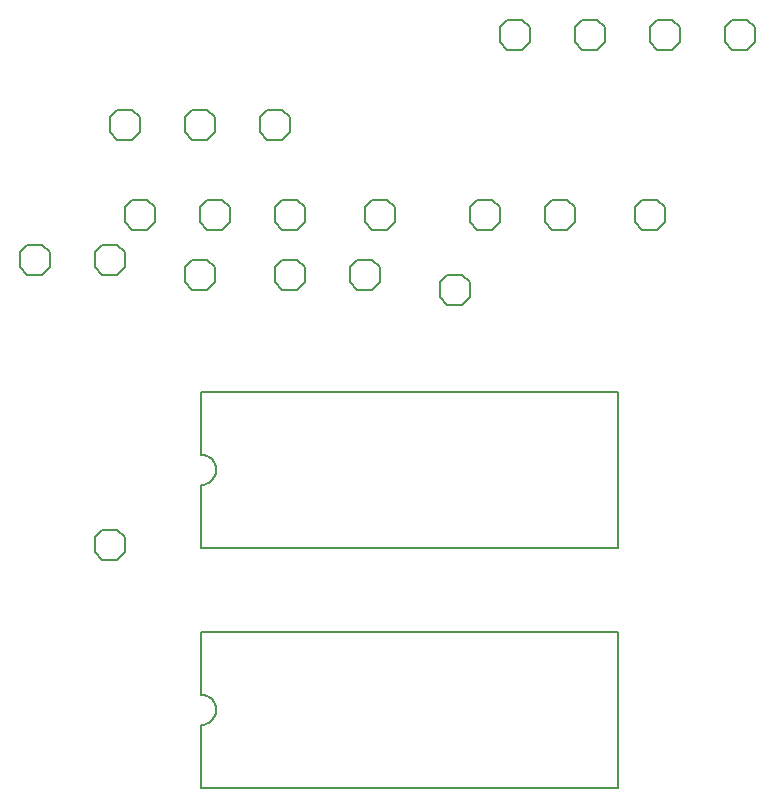
<source format=gto>
G75*
G70*
%OFA0B0*%
%FSLAX24Y24*%
%IPPOS*%
%LPD*%
%AMOC8*
5,1,8,0,0,1.08239X$1,22.5*
%
%ADD10C,0.0060*%
%ADD11C,0.0080*%
D10*
X006650Y002500D02*
X020550Y002500D01*
X020550Y007700D01*
X006650Y007700D01*
X006650Y005600D01*
X006694Y005598D01*
X006737Y005592D01*
X006779Y005583D01*
X006821Y005570D01*
X006861Y005553D01*
X006900Y005533D01*
X006937Y005510D01*
X006971Y005483D01*
X007004Y005454D01*
X007033Y005421D01*
X007060Y005387D01*
X007083Y005350D01*
X007103Y005311D01*
X007120Y005271D01*
X007133Y005229D01*
X007142Y005187D01*
X007148Y005144D01*
X007150Y005100D01*
X007148Y005056D01*
X007142Y005013D01*
X007133Y004971D01*
X007120Y004929D01*
X007103Y004889D01*
X007083Y004850D01*
X007060Y004813D01*
X007033Y004779D01*
X007004Y004746D01*
X006971Y004717D01*
X006937Y004690D01*
X006900Y004667D01*
X006861Y004647D01*
X006821Y004630D01*
X006779Y004617D01*
X006737Y004608D01*
X006694Y004602D01*
X006650Y004600D01*
X006650Y002500D01*
X006650Y010500D02*
X020550Y010500D01*
X020550Y015700D01*
X006650Y015700D01*
X006650Y013600D01*
X006694Y013598D01*
X006737Y013592D01*
X006779Y013583D01*
X006821Y013570D01*
X006861Y013553D01*
X006900Y013533D01*
X006937Y013510D01*
X006971Y013483D01*
X007004Y013454D01*
X007033Y013421D01*
X007060Y013387D01*
X007083Y013350D01*
X007103Y013311D01*
X007120Y013271D01*
X007133Y013229D01*
X007142Y013187D01*
X007148Y013144D01*
X007150Y013100D01*
X007148Y013056D01*
X007142Y013013D01*
X007133Y012971D01*
X007120Y012929D01*
X007103Y012889D01*
X007083Y012850D01*
X007060Y012813D01*
X007033Y012779D01*
X007004Y012746D01*
X006971Y012717D01*
X006937Y012690D01*
X006900Y012667D01*
X006861Y012647D01*
X006821Y012630D01*
X006779Y012617D01*
X006737Y012608D01*
X006694Y012602D01*
X006650Y012600D01*
X006650Y010500D01*
D11*
X004100Y010350D02*
X004100Y010850D01*
X003850Y011100D01*
X003350Y011100D01*
X003100Y010850D01*
X003100Y010350D01*
X003350Y010100D01*
X003850Y010100D01*
X004100Y010350D01*
X006350Y019100D02*
X006850Y019100D01*
X007100Y019350D01*
X007100Y019850D01*
X006850Y020100D01*
X006350Y020100D01*
X006100Y019850D01*
X006100Y019350D01*
X006350Y019100D01*
X006850Y021100D02*
X007350Y021100D01*
X007600Y021350D01*
X007600Y021850D01*
X007350Y022100D01*
X006850Y022100D01*
X006600Y021850D01*
X006600Y021350D01*
X006850Y021100D01*
X005100Y021350D02*
X005100Y021850D01*
X004850Y022100D01*
X004350Y022100D01*
X004100Y021850D01*
X004100Y021350D01*
X004350Y021100D01*
X004850Y021100D01*
X005100Y021350D01*
X004100Y020350D02*
X004100Y019850D01*
X003850Y019600D01*
X003350Y019600D01*
X003100Y019850D01*
X003100Y020350D01*
X003350Y020600D01*
X003850Y020600D01*
X004100Y020350D01*
X001600Y020350D02*
X001600Y019850D01*
X001350Y019600D01*
X000850Y019600D01*
X000600Y019850D01*
X000600Y020350D01*
X000850Y020600D01*
X001350Y020600D01*
X001600Y020350D01*
X003850Y024100D02*
X003600Y024350D01*
X003600Y024850D01*
X003850Y025100D01*
X004350Y025100D01*
X004600Y024850D01*
X004600Y024350D01*
X004350Y024100D01*
X003850Y024100D01*
X006100Y024350D02*
X006350Y024100D01*
X006850Y024100D01*
X007100Y024350D01*
X007100Y024850D01*
X006850Y025100D01*
X006350Y025100D01*
X006100Y024850D01*
X006100Y024350D01*
X008600Y024350D02*
X008850Y024100D01*
X009350Y024100D01*
X009600Y024350D01*
X009600Y024850D01*
X009350Y025100D01*
X008850Y025100D01*
X008600Y024850D01*
X008600Y024350D01*
X009350Y022100D02*
X009100Y021850D01*
X009100Y021350D01*
X009350Y021100D01*
X009850Y021100D01*
X010100Y021350D01*
X010100Y021850D01*
X009850Y022100D01*
X009350Y022100D01*
X009350Y020100D02*
X009100Y019850D01*
X009100Y019350D01*
X009350Y019100D01*
X009850Y019100D01*
X010100Y019350D01*
X010100Y019850D01*
X009850Y020100D01*
X009350Y020100D01*
X011600Y019850D02*
X011600Y019350D01*
X011850Y019100D01*
X012350Y019100D01*
X012600Y019350D01*
X012600Y019850D01*
X012350Y020100D01*
X011850Y020100D01*
X011600Y019850D01*
X012350Y021100D02*
X012850Y021100D01*
X013100Y021350D01*
X013100Y021850D01*
X012850Y022100D01*
X012350Y022100D01*
X012100Y021850D01*
X012100Y021350D01*
X012350Y021100D01*
X014600Y019350D02*
X014600Y018850D01*
X014850Y018600D01*
X015350Y018600D01*
X015600Y018850D01*
X015600Y019350D01*
X015350Y019600D01*
X014850Y019600D01*
X014600Y019350D01*
X015850Y021100D02*
X016350Y021100D01*
X016600Y021350D01*
X016600Y021850D01*
X016350Y022100D01*
X015850Y022100D01*
X015600Y021850D01*
X015600Y021350D01*
X015850Y021100D01*
X018100Y021350D02*
X018350Y021100D01*
X018850Y021100D01*
X019100Y021350D01*
X019100Y021850D01*
X018850Y022100D01*
X018350Y022100D01*
X018100Y021850D01*
X018100Y021350D01*
X021100Y021350D02*
X021350Y021100D01*
X021850Y021100D01*
X022100Y021350D01*
X022100Y021850D01*
X021850Y022100D01*
X021350Y022100D01*
X021100Y021850D01*
X021100Y021350D01*
X021850Y027100D02*
X021600Y027350D01*
X021600Y027850D01*
X021850Y028100D01*
X022350Y028100D01*
X022600Y027850D01*
X022600Y027350D01*
X022350Y027100D01*
X021850Y027100D01*
X020100Y027350D02*
X020100Y027850D01*
X019850Y028100D01*
X019350Y028100D01*
X019100Y027850D01*
X019100Y027350D01*
X019350Y027100D01*
X019850Y027100D01*
X020100Y027350D01*
X017600Y027350D02*
X017600Y027850D01*
X017350Y028100D01*
X016850Y028100D01*
X016600Y027850D01*
X016600Y027350D01*
X016850Y027100D01*
X017350Y027100D01*
X017600Y027350D01*
X024100Y027350D02*
X024350Y027100D01*
X024850Y027100D01*
X025100Y027350D01*
X025100Y027850D01*
X024850Y028100D01*
X024350Y028100D01*
X024100Y027850D01*
X024100Y027350D01*
M02*

</source>
